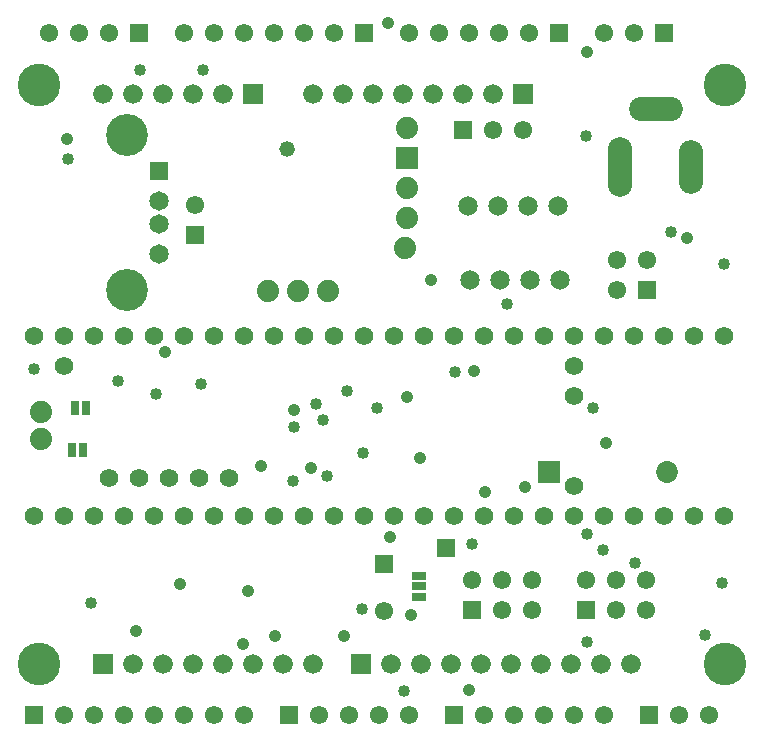
<source format=gbs>
G04 DipTrace 3.3.1.3*
G04 T4LSSArduinoShield.gbs*
%MOIN*%
G04 #@! TF.FileFunction,Soldermask,Bot*
G04 #@! TF.Part,Single*
%ADD15C,0.04*%
%ADD35C,0.074*%
%ADD39R,0.025X0.05*%
%ADD42C,0.06194*%
%ADD43C,0.074*%
%ADD44R,0.05X0.025*%
%ADD47C,0.065199*%
%ADD48R,0.074X0.074*%
%ADD69C,0.142*%
%ADD71C,0.052*%
%ADD73C,0.042*%
%ADD77O,0.179165X0.08074*%
%ADD79O,0.08074X0.179165*%
%ADD81O,0.08074X0.19885*%
%ADD83R,0.072866X0.072866*%
%ADD85C,0.072866*%
%ADD115C,0.06578*%
%ADD117R,0.06578X0.06578*%
%ADD119C,0.139795*%
%ADD121C,0.064992*%
%ADD123R,0.064992X0.064992*%
%ADD125C,0.061055*%
%ADD127R,0.061055X0.061055*%
%FSLAX26Y26*%
G04*
G70*
G90*
G75*
G01*
G04 BotMask*
%LPD*%
D73*
X931700Y1728700D3*
X1525700Y781700D3*
X1295700D3*
X1206700Y931102D3*
X1815700Y1967700D3*
X1736700Y1580700D3*
X1249700Y1348700D3*
X833700Y800700D3*
X1751700Y851700D3*
X2129700Y1279700D3*
X1958700Y1664700D3*
X1190700Y754700D3*
X1942700Y603700D3*
X1358700Y1534700D3*
X2669700Y2108700D3*
X2398700Y1426700D3*
X1672700Y2824700D3*
X2335700Y2728700D3*
X604700Y2440700D3*
D71*
X1337700Y2405700D3*
D73*
X1780165Y1376700D3*
D3*
X1680700Y1113700D3*
X1416700Y1343700D3*
X980700Y956700D3*
X1997700Y1262700D3*
D69*
X2795275Y688976D3*
X511810D3*
Y2618109D3*
X2795275D3*
D15*
X845700Y2668700D3*
X1056834Y2668869D3*
X1897700Y1661700D3*
X2391700Y1068700D3*
X1952700Y1089700D3*
X2333700Y2447700D3*
X774700Y1632700D3*
X493700Y1671188D3*
X682700Y893700D3*
X898700Y1587700D3*
X2336700Y761700D3*
Y1121700D3*
X2068700Y1890700D3*
X1586700Y872700D3*
X1727700Y597700D3*
X1456700Y1501700D3*
X1434700Y1554700D3*
X2357700Y1542700D3*
X2617700Y2128700D3*
X1536700Y1600700D3*
X605700Y2373700D3*
X1468700Y1315700D3*
X1591700Y1393700D3*
X1636672Y1542523D3*
X1050672Y1622511D3*
X2793700Y2023767D3*
X1361700Y1479700D3*
X1356700Y1297700D3*
X2495700Y1026700D3*
X2729700Y786700D3*
X2785590Y960665D3*
D127*
X1593700Y2793700D3*
D125*
X1493700D3*
X1393700D3*
X1293700D3*
X1193700D3*
X1093700D3*
X993700D3*
D127*
X843700D3*
D125*
X743700D3*
X643700D3*
X543700D3*
D127*
X493700Y518700D3*
D125*
X593700D3*
X693700D3*
X793700D3*
X893700D3*
X993700D3*
X1093700D3*
X1193700D3*
D127*
X1343700D3*
D125*
X1443700D3*
X1543700D3*
X1643700D3*
X1743700D3*
D127*
X1922830Y2468700D3*
D125*
X2022830D3*
X2122830D3*
D123*
X911747Y2331495D3*
D121*
Y2233070D3*
Y2154330D3*
Y2055905D3*
D119*
X805054Y2452361D3*
Y1935039D3*
D117*
X1222834Y2588976D3*
D115*
X1122834D3*
X1022834D3*
X922834D3*
X822834D3*
X722834D3*
D117*
X2122834D3*
D115*
X2022834D3*
X1922834D3*
X1822834D3*
X1722834D3*
X1622834D3*
X1522834D3*
X1422834D3*
D117*
X722834Y688976D3*
D115*
X822834D3*
X922834D3*
X1022834D3*
X1122834D3*
X1222834D3*
X1322834D3*
X1422834D3*
D117*
X1582834D3*
D115*
X1682834D3*
X1782834D3*
X1882834D3*
X1982834D3*
X2082834D3*
X2182834D3*
X2282834D3*
X2382834D3*
X2482834D3*
D127*
X1893700Y518700D3*
D125*
X1993700D3*
X2093700D3*
X2193700D3*
X2293700D3*
X2393700D3*
D127*
X2543700D3*
D125*
X2643700D3*
X2743700D3*
D127*
X2243700Y2793700D3*
D125*
X2143700D3*
X2043700D3*
X1943700D3*
X1843700D3*
X1743700D3*
D127*
X1031700Y2118700D3*
D125*
Y2218700D3*
D35*
X1272700Y1931700D3*
X1372700D3*
X1472700D3*
D39*
X656133Y1403700D3*
X620700D3*
X666133Y1541700D3*
X630700D3*
D42*
X493700Y1183700D3*
X593700D3*
X693700D3*
X793700D3*
X893700D3*
X993700D3*
X1093700D3*
X1193700D3*
X1293700D3*
X1393700D3*
X1493700D3*
X1593700D3*
X1693700D3*
X1793700D3*
X2293700Y1283700D3*
X593700Y1683700D3*
D43*
X515700Y1528700D3*
Y1438700D3*
D42*
X2093700Y1783700D3*
X1793700D3*
X1693700D3*
X1593700D3*
X1493700D3*
X1393700D3*
X1293700D3*
X1193700D3*
X1093700D3*
X993700D3*
X893700D3*
X793700D3*
X693700D3*
X593700D3*
X493700D3*
X2293700Y1683700D3*
X743700Y1308700D3*
X843700D3*
X943700D3*
X2393700Y1183700D3*
X2493700D3*
X2293700D3*
X2193700D3*
X2093700D3*
X1993700D3*
X2593700D3*
X2693700D3*
X2793700D3*
Y1783700D3*
X1893700Y1183700D3*
X2693700Y1783700D3*
X1893700D3*
X2593700D3*
X2393700D3*
X2293700D3*
X2193700D3*
X2493700D3*
X1993700D3*
X2293700Y1583700D3*
X1043700Y1308700D3*
X1143700D3*
D127*
X1953700Y868700D3*
D125*
Y968700D3*
X2053700Y868700D3*
Y968700D3*
X2153700Y868700D3*
Y968700D3*
D127*
X2333700Y868700D3*
D125*
Y968700D3*
X2433700Y868700D3*
Y968700D3*
X2533700Y868700D3*
Y968700D3*
D127*
X2593700Y2793700D3*
D125*
X2493700D3*
X2393700D3*
D47*
X2239700Y2214700D3*
X2139700D3*
X2039700D3*
X1939700D3*
X2247700Y1967700D3*
X2147700D3*
X2047700D3*
X1947700D3*
D35*
X1736700Y2474700D3*
D48*
Y2374700D3*
D35*
Y2274700D3*
Y2174700D3*
X1731700Y2074700D3*
D127*
X2535700Y1935700D3*
D125*
X2435700D3*
X2535700Y2035700D3*
X2435700D3*
D127*
X1658700Y1022440D3*
D125*
Y864960D3*
D44*
X1775700Y913700D3*
Y948700D3*
Y983700D3*
D127*
X1867700Y1075700D3*
D85*
X2603700Y1327700D3*
D83*
X2210787D3*
D81*
X2447700Y2346700D3*
D79*
X2683920D3*
D77*
X2565810Y2539613D3*
M02*

</source>
